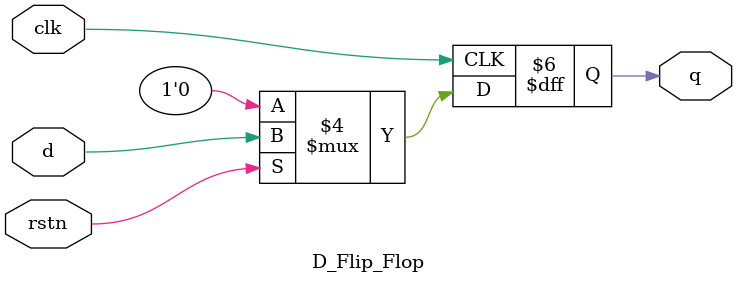
<source format=v>
`timescale 1ns / 1ps


// module for D flip flop with sync reset
module D_Flip_Flop(input d, input rstn, input clk, output reg q);

always @(posedge clk)
    if(!rstn)
        q <= 0;
    else
        q <= d;

endmodule

</source>
